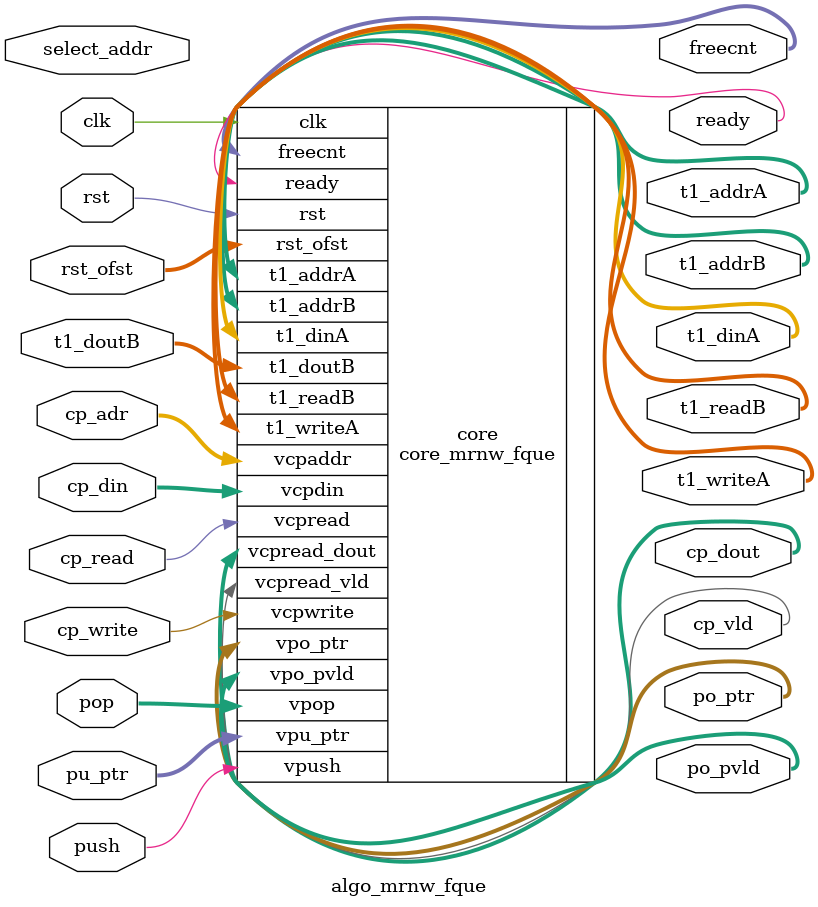
<source format=v>

module algo_mrnw_fque (push, pu_ptr,
                       pop, po_pvld, po_ptr,
                       cp_read, cp_write, cp_adr, cp_din, cp_vld, cp_dout,
                       t1_writeA, t1_addrA, t1_dinA, t1_readB, t1_addrB, t1_doutB,
                       freecnt,
		               rst_ofst, clk, rst, ready, select_addr);

  parameter NUMPUPT = 1;
  parameter NUMPOPT = 2;
  parameter NUMADDR = 16;
  parameter BITADDR = 4;
  parameter BITQPTR = 4;
  parameter BITQCNT = BITADDR+1;

  parameter NUMVBNK = 2;
  parameter BITVBNK = 1;
  parameter NUMVROW = 8;
  parameter BITVROW = 3;
  
  parameter QPTR_DELAY = 2;
  parameter FLOPIN = 0;
  parameter FLOPOUT = 0;

  parameter RSTQPTR = 0;
  parameter BITCPAD = BITADDR;
  parameter CPUWDTH = BITADDR+BITQCNT;

  input [NUMPUPT-1:0]              push;
  input [NUMPUPT*BITQPTR-1:0]      pu_ptr;

  input [NUMPOPT-1:0]              pop;
  output [NUMPOPT-1:0]             po_pvld;
  output [NUMPOPT*BITQPTR-1:0]     po_ptr;

  input                            cp_read;
  input                            cp_write;
  input [BITCPAD-1:0]              cp_adr;
  input [CPUWDTH-1:0]              cp_din;
  output                           cp_vld;
  output [CPUWDTH-1:0]             cp_dout;

  output [BITQCNT -1:0]            freecnt;
  input [7:0]                      rst_ofst;
  output                           ready;
  input                            clk;
  input                            rst;

  input [BITADDR-1:0]              select_addr;

  output [NUMVBNK-1:0]                     t1_writeA;
  output [NUMVBNK*BITVROW-1:0]             t1_addrA;
  output [NUMVBNK*BITQPTR-1:0]             t1_dinA;
  output [NUMVBNK-1:0]                     t1_readB;
  output [NUMVBNK*BITVROW-1:0]             t1_addrB;
  input [NUMVBNK*BITQPTR-1:0]              t1_doutB;

  core_mrnw_fque #(.NUMPUPT (NUMPUPT), .NUMPOPT (NUMPOPT), 
                   .NUMADDR (NUMADDR), .BITADDR (BITADDR), .BITQPTR (BITQPTR),
                   .NUMVBNK (NUMVBNK), .BITVBNK (BITVBNK), .NUMVROW (NUMVROW), .BITVROW(BITVROW),
                   .QPTR_DELAY (QPTR_DELAY), .FLOPIN (FLOPIN), .FLOPOUT (FLOPOUT),
                   .BITCPAD(BITCPAD), .CPUWDTH(CPUWDTH))
    core (.vpush(push), .vpu_ptr(pu_ptr),
          .vpop(pop), .vpo_pvld(po_pvld), .vpo_ptr(po_ptr),
          .vcpread (cp_read), .vcpwrite (cp_write), .vcpaddr (cp_adr), .vcpdin (cp_din), .vcpread_vld (cp_vld), .vcpread_dout (cp_dout),
          .t1_writeA(t1_writeA), .t1_addrA(t1_addrA), .t1_dinA(t1_dinA), .t1_readB(t1_readB), .t1_addrB(t1_addrB), .t1_doutB(t1_doutB),
          .freecnt(freecnt),
          .rst_ofst(rst_ofst), .ready (ready), .clk (clk), .rst (rst));

`ifdef FORMAL

assume_select_addr_range: assume property (@(posedge clk) disable iff (rst) (select_addr < NUMADDR));
assume_select_addr_stable: assume property (@(posedge clk) disable iff (rst) $stable(select_addr));

ip_top_sva_mrnw_fque #(
     .NUMPUPT     (NUMPUPT),
     .NUMPOPT     (NUMPOPT),
     .NUMADDR     (NUMADDR),
     .BITADDR     (BITADDR),
     .NUMVBNK     (NUMVBNK),
     .BITVBNK     (BITVBNK),
     .NUMVROW     (NUMVROW),
     .BITVROW     (BITVROW),
     .BITQPTR     (BITQPTR),
     .QPTR_DELAY  (QPTR_DELAY),
     .FLOPIN      (FLOPIN),
     .FLOPOUT     (FLOPOUT))
ip_top_sva (.*);


ip_top_sva_2_mrnw_fque #(
     .NUMPUPT     (NUMPUPT),
     .NUMPOPT     (NUMPOPT),
     .NUMADDR     (NUMADDR),
     .BITADDR     (BITADDR),
     .NUMVBNK     (NUMVBNK),
     .BITVBNK     (BITVBNK),
     .NUMVROW     (NUMVROW),
     .BITVROW     (BITVROW),
     .BITQPTR     (BITQPTR))
ip_top_sva_2 (.*);

`elsif SIM_SVA

genvar sva_int;
generate for (sva_int=0; sva_int<1; sva_int=sva_int+1) begin
  wire [BITQPRT-1:0] help_qprt = sva_int;
  wire [BITADDR-1:0] help_addr = sva_int;
ip_top_sva_mrnw_fque #(
     .NUMPUPT     (NUMPUPT),
     .NUMPOPT     (NUMPOPT),
     .NUMADDR     (NUMADDR),
     .BITADDR     (BITADDR),
     .BITQPTR     (BITQPTR),
     .QPTR_DELAY  (QPTR_DELAY),
     .FLOPIN      (FLOPIN),
     .FLOPOUT     (FLOPOUT))
ip_top_sva (.select_qprt(help_qprt), .select_addr(help_addr), .*);
end
endgenerate

ip_top_sva_2_mrnw_fque #(
     .NUMPUPT     (NUMPUPT),
     .NUMPOPT     (NUMPOPT),
     .NUMADDR     (NUMADDR),
     .BITADDR     (BITADDR),
     .BITQPTR     (BITQPTR))
ip_top_sva_2 (.*);

`endif

endmodule

</source>
